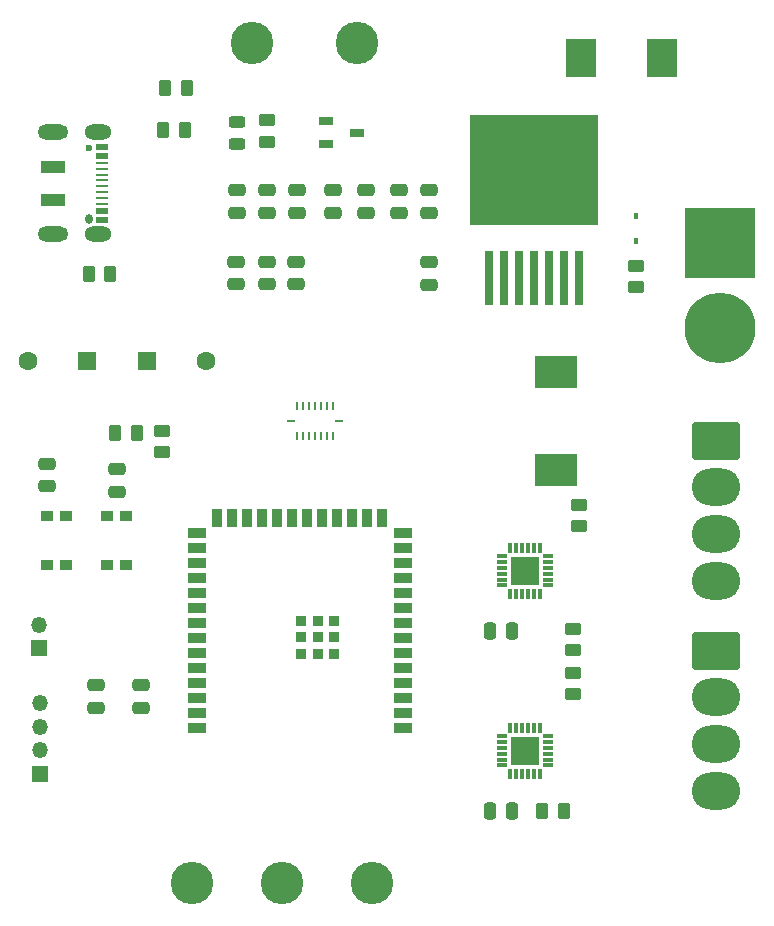
<source format=gts>
G04 #@! TF.GenerationSoftware,KiCad,Pcbnew,(6.0.7)*
G04 #@! TF.CreationDate,2022-11-10T23:39:13-08:00*
G04 #@! TF.ProjectId,Gimbal,47696d62-616c-42e6-9b69-6361645f7063,rev?*
G04 #@! TF.SameCoordinates,Original*
G04 #@! TF.FileFunction,Soldermask,Top*
G04 #@! TF.FilePolarity,Negative*
%FSLAX46Y46*%
G04 Gerber Fmt 4.6, Leading zero omitted, Abs format (unit mm)*
G04 Created by KiCad (PCBNEW (6.0.7)) date 2022-11-10 23:39:13*
%MOMM*%
%LPD*%
G01*
G04 APERTURE LIST*
G04 Aperture macros list*
%AMRoundRect*
0 Rectangle with rounded corners*
0 $1 Rounding radius*
0 $2 $3 $4 $5 $6 $7 $8 $9 X,Y pos of 4 corners*
0 Add a 4 corners polygon primitive as box body*
4,1,4,$2,$3,$4,$5,$6,$7,$8,$9,$2,$3,0*
0 Add four circle primitives for the rounded corners*
1,1,$1+$1,$2,$3*
1,1,$1+$1,$4,$5*
1,1,$1+$1,$6,$7*
1,1,$1+$1,$8,$9*
0 Add four rect primitives between the rounded corners*
20,1,$1+$1,$2,$3,$4,$5,0*
20,1,$1+$1,$4,$5,$6,$7,0*
20,1,$1+$1,$6,$7,$8,$9,0*
20,1,$1+$1,$8,$9,$2,$3,0*%
G04 Aperture macros list end*
%ADD10O,2.600000X1.300000*%
%ADD11O,2.300000X1.300000*%
%ADD12R,1.000000X0.520000*%
%ADD13R,1.000000X0.270000*%
%ADD14O,0.600000X0.850000*%
%ADD15C,0.600000*%
%ADD16R,2.000000X1.000000*%
%ADD17R,3.600000X2.700000*%
%ADD18RoundRect,0.250000X-0.262500X-0.450000X0.262500X-0.450000X0.262500X0.450000X-0.262500X0.450000X0*%
%ADD19R,1.000000X0.900000*%
%ADD20C,3.600000*%
%ADD21RoundRect,0.250000X-0.475000X0.250000X-0.475000X-0.250000X0.475000X-0.250000X0.475000X0.250000X0*%
%ADD22RoundRect,0.250000X-0.250000X-0.475000X0.250000X-0.475000X0.250000X0.475000X-0.250000X0.475000X0*%
%ADD23R,1.350000X1.350000*%
%ADD24O,1.350000X1.350000*%
%ADD25R,0.800000X4.600000*%
%ADD26R,10.800000X9.400000*%
%ADD27RoundRect,0.250000X0.475000X-0.250000X0.475000X0.250000X-0.475000X0.250000X-0.475000X-0.250000X0*%
%ADD28RoundRect,0.250000X0.262500X0.450000X-0.262500X0.450000X-0.262500X-0.450000X0.262500X-0.450000X0*%
%ADD29R,1.500000X0.900000*%
%ADD30R,0.900000X1.500000*%
%ADD31R,0.900000X0.900000*%
%ADD32RoundRect,0.250000X-1.800000X1.330000X-1.800000X-1.330000X1.800000X-1.330000X1.800000X1.330000X0*%
%ADD33O,4.100000X3.160000*%
%ADD34R,1.220000X0.650000*%
%ADD35RoundRect,0.250000X-0.450000X0.262500X-0.450000X-0.262500X0.450000X-0.262500X0.450000X0.262500X0*%
%ADD36RoundRect,0.243750X-0.456250X0.243750X-0.456250X-0.243750X0.456250X-0.243750X0.456250X0.243750X0*%
%ADD37RoundRect,0.008100X0.421900X0.126900X-0.421900X0.126900X-0.421900X-0.126900X0.421900X-0.126900X0*%
%ADD38RoundRect,0.008100X-0.126900X0.421900X-0.126900X-0.421900X0.126900X-0.421900X0.126900X0.421900X0*%
%ADD39R,2.450000X2.450000*%
%ADD40R,0.250000X0.675000*%
%ADD41R,0.675000X0.250000*%
%ADD42RoundRect,0.250000X0.450000X-0.262500X0.450000X0.262500X-0.450000X0.262500X-0.450000X-0.262500X0*%
%ADD43C,6.000000*%
%ADD44R,6.000000X6.000000*%
%ADD45R,0.450000X0.600000*%
%ADD46R,1.600000X1.600000*%
%ADD47C,1.600000*%
%ADD48R,2.500000X3.300000*%
G04 APERTURE END LIST*
D10*
X118975500Y-57124000D03*
D11*
X122800500Y-65764000D03*
D10*
X118975500Y-65764000D03*
D11*
X122800500Y-57124000D03*
D12*
X123175500Y-58344000D03*
X123175500Y-59094000D03*
D13*
X123175500Y-60194000D03*
X123175500Y-60694000D03*
X123175500Y-61694000D03*
X123175500Y-62694000D03*
D12*
X123175500Y-63794000D03*
X123175500Y-64544000D03*
X123175500Y-64544000D03*
X123175500Y-63794000D03*
D13*
X123175500Y-63194000D03*
X123175500Y-62194000D03*
X123175500Y-61194000D03*
X123175500Y-59694000D03*
D12*
X123175500Y-59094000D03*
X123175500Y-58344000D03*
D14*
X122075500Y-64444000D03*
D15*
X122075500Y-58444000D03*
D16*
X118975500Y-62844000D03*
X118975500Y-60044000D03*
D17*
X161592000Y-85684000D03*
X161592000Y-77384000D03*
D18*
X128335500Y-56896000D03*
X130160500Y-56896000D03*
X128524000Y-53340000D03*
X130349000Y-53340000D03*
D19*
X118542000Y-93744000D03*
X118542000Y-89644000D03*
X120142000Y-93744000D03*
X120142000Y-89644000D03*
D20*
X144780000Y-49530000D03*
D21*
X139662000Y-62042000D03*
X139662000Y-63942000D03*
D22*
X155984000Y-99314000D03*
X157884000Y-99314000D03*
D21*
X139557000Y-68072000D03*
X139557000Y-69972000D03*
D23*
X117870000Y-111458000D03*
D24*
X117870000Y-109458000D03*
X117870000Y-107458000D03*
X117870000Y-105458000D03*
D25*
X155937000Y-69487000D03*
X157207000Y-69487000D03*
X158477000Y-69487000D03*
X159747000Y-69487000D03*
X161017000Y-69487000D03*
X162287000Y-69487000D03*
X163557000Y-69487000D03*
D26*
X159747000Y-60337000D03*
D27*
X126454000Y-105852000D03*
X126454000Y-103952000D03*
D28*
X162268000Y-114554000D03*
X160443000Y-114554000D03*
D29*
X148666000Y-107574000D03*
X148666000Y-106304000D03*
X148666000Y-105034000D03*
X148666000Y-103764000D03*
X148666000Y-102494000D03*
X148666000Y-101224000D03*
X148666000Y-99954000D03*
X148666000Y-98684000D03*
X148666000Y-97414000D03*
X148666000Y-96144000D03*
X148666000Y-94874000D03*
X148666000Y-93604000D03*
X148666000Y-92334000D03*
X148666000Y-91064000D03*
D30*
X146901000Y-89814000D03*
X145631000Y-89814000D03*
X144361000Y-89814000D03*
X143091000Y-89814000D03*
X141821000Y-89814000D03*
X140551000Y-89814000D03*
X139281000Y-89814000D03*
X138011000Y-89814000D03*
X136741000Y-89814000D03*
X135471000Y-89814000D03*
X134201000Y-89814000D03*
X132931000Y-89814000D03*
D29*
X131166000Y-91064000D03*
X131166000Y-92334000D03*
X131166000Y-93604000D03*
X131166000Y-94874000D03*
X131166000Y-96144000D03*
X131166000Y-97414000D03*
X131166000Y-98684000D03*
X131166000Y-99954000D03*
X131166000Y-101224000D03*
X131166000Y-102494000D03*
X131166000Y-103764000D03*
X131166000Y-105034000D03*
X131166000Y-106304000D03*
X131166000Y-107574000D03*
D31*
X141416000Y-98454000D03*
X140016000Y-99854000D03*
X142816000Y-98454000D03*
X142816000Y-99854000D03*
X140016000Y-98454000D03*
X140016000Y-101254000D03*
X141416000Y-101254000D03*
X142816000Y-101254000D03*
X141416000Y-99854000D03*
D32*
X175117000Y-83214000D03*
D33*
X175117000Y-87174000D03*
X175117000Y-91134000D03*
X175117000Y-95094000D03*
D23*
X117818000Y-100806000D03*
D24*
X117818000Y-98806000D03*
D34*
X142162000Y-56200000D03*
X142162000Y-58100000D03*
X144782000Y-57150000D03*
D20*
X130810000Y-120650000D03*
D35*
X128232000Y-82399500D03*
X128232000Y-84224500D03*
D20*
X135890000Y-49530000D03*
D36*
X134620000Y-56212500D03*
X134620000Y-58087500D03*
D21*
X118522000Y-85194000D03*
X118522000Y-87094000D03*
D20*
X138430000Y-120650000D03*
D37*
X160901000Y-95484000D03*
X160901000Y-94984000D03*
X160901000Y-94484000D03*
X160901000Y-93984000D03*
X160901000Y-93484000D03*
X160901000Y-92984000D03*
D38*
X160216000Y-92299000D03*
X159716000Y-92299000D03*
X159216000Y-92299000D03*
X158716000Y-92299000D03*
X158216000Y-92299000D03*
X157716000Y-92299000D03*
D37*
X157031000Y-92984000D03*
X157031000Y-93484000D03*
X157031000Y-93984000D03*
X157031000Y-94484000D03*
X157031000Y-94984000D03*
X157031000Y-95484000D03*
D38*
X157716000Y-96169000D03*
X158216000Y-96169000D03*
X158716000Y-96169000D03*
X159216000Y-96169000D03*
X159716000Y-96169000D03*
X160216000Y-96169000D03*
D39*
X158966000Y-94234000D03*
D37*
X160901000Y-110724000D03*
X160901000Y-110224000D03*
X160901000Y-109724000D03*
X160901000Y-109224000D03*
X160901000Y-108724000D03*
X160901000Y-108224000D03*
D38*
X160216000Y-107539000D03*
X159716000Y-107539000D03*
X159216000Y-107539000D03*
X158716000Y-107539000D03*
X158216000Y-107539000D03*
X157716000Y-107539000D03*
D37*
X157031000Y-108224000D03*
X157031000Y-108724000D03*
X157031000Y-109224000D03*
X157031000Y-109724000D03*
X157031000Y-110224000D03*
X157031000Y-110724000D03*
D38*
X157716000Y-111409000D03*
X158216000Y-111409000D03*
X158716000Y-111409000D03*
X159216000Y-111409000D03*
X159716000Y-111409000D03*
X160216000Y-111409000D03*
D39*
X158966000Y-109474000D03*
D21*
X137122000Y-68072000D03*
X137122000Y-69972000D03*
X145504000Y-62042000D03*
X145504000Y-63942000D03*
D28*
X123848500Y-69088000D03*
X122023500Y-69088000D03*
D27*
X150838000Y-70038000D03*
X150838000Y-68138000D03*
X122644000Y-105852000D03*
X122644000Y-103952000D03*
D40*
X142686000Y-82796500D03*
X142186000Y-82796500D03*
X141686000Y-82796500D03*
X141186000Y-82796500D03*
X140686000Y-82796500D03*
X140186000Y-82796500D03*
X139686000Y-82796500D03*
D41*
X139173500Y-81534000D03*
D40*
X139686000Y-80271500D03*
X140186000Y-80271500D03*
X140686000Y-80271500D03*
X141186000Y-80271500D03*
X141686000Y-80271500D03*
X142186000Y-80271500D03*
X142686000Y-80271500D03*
D41*
X143198500Y-81534000D03*
D42*
X163538000Y-90471000D03*
X163538000Y-88646000D03*
D28*
X126096500Y-82550000D03*
X124271500Y-82550000D03*
D21*
X134582000Y-62042000D03*
X134582000Y-63942000D03*
D35*
X163068000Y-99163500D03*
X163068000Y-100988500D03*
D43*
X175514000Y-73704000D03*
D44*
X175514000Y-66504000D03*
D32*
X175117000Y-100994000D03*
D33*
X175117000Y-104954000D03*
X175117000Y-108914000D03*
X175117000Y-112874000D03*
D20*
X146050000Y-120650000D03*
D45*
X168364000Y-66328000D03*
X168364000Y-64228000D03*
D46*
X121882000Y-76454000D03*
D47*
X116882000Y-76454000D03*
D21*
X142710000Y-62042000D03*
X142710000Y-63942000D03*
D22*
X155984000Y-114554000D03*
X157884000Y-114554000D03*
D35*
X137122000Y-56087000D03*
X137122000Y-57912000D03*
D42*
X163030000Y-104695000D03*
X163030000Y-102870000D03*
D19*
X123622000Y-93744000D03*
X123622000Y-89644000D03*
X125222000Y-93744000D03*
X125222000Y-89644000D03*
D21*
X137122000Y-62042000D03*
X137122000Y-63942000D03*
X150838000Y-62042000D03*
X150838000Y-63942000D03*
X134477000Y-68072000D03*
X134477000Y-69972000D03*
X148298000Y-62042000D03*
X148298000Y-63942000D03*
D42*
X168364000Y-70254500D03*
X168364000Y-68429500D03*
D46*
X126962000Y-76454000D03*
D47*
X131962000Y-76454000D03*
D48*
X170532000Y-50800000D03*
X163732000Y-50800000D03*
D21*
X124422000Y-85664000D03*
X124422000Y-87564000D03*
M02*

</source>
